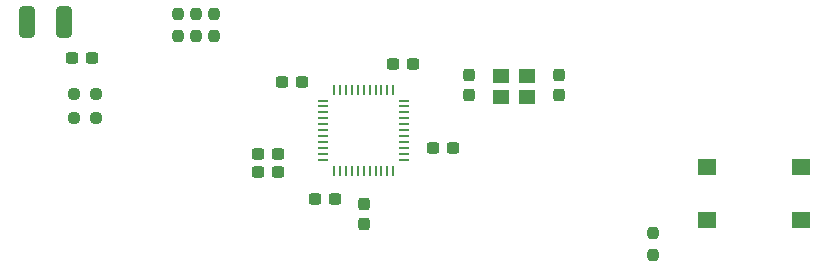
<source format=gtp>
%TF.GenerationSoftware,KiCad,Pcbnew,7.0.7*%
%TF.CreationDate,2023-10-21T14:21:19+02:00*%
%TF.ProjectId,G84-4100,4738342d-3431-4303-902e-6b696361645f,rev?*%
%TF.SameCoordinates,Original*%
%TF.FileFunction,Paste,Top*%
%TF.FilePolarity,Positive*%
%FSLAX46Y46*%
G04 Gerber Fmt 4.6, Leading zero omitted, Abs format (unit mm)*
G04 Created by KiCad (PCBNEW 7.0.7) date 2023-10-21 14:21:19*
%MOMM*%
%LPD*%
G01*
G04 APERTURE LIST*
G04 Aperture macros list*
%AMRoundRect*
0 Rectangle with rounded corners*
0 $1 Rounding radius*
0 $2 $3 $4 $5 $6 $7 $8 $9 X,Y pos of 4 corners*
0 Add a 4 corners polygon primitive as box body*
4,1,4,$2,$3,$4,$5,$6,$7,$8,$9,$2,$3,0*
0 Add four circle primitives for the rounded corners*
1,1,$1+$1,$2,$3*
1,1,$1+$1,$4,$5*
1,1,$1+$1,$6,$7*
1,1,$1+$1,$8,$9*
0 Add four rect primitives between the rounded corners*
20,1,$1+$1,$2,$3,$4,$5,0*
20,1,$1+$1,$4,$5,$6,$7,0*
20,1,$1+$1,$6,$7,$8,$9,0*
20,1,$1+$1,$8,$9,$2,$3,0*%
G04 Aperture macros list end*
%ADD10RoundRect,0.237500X-0.300000X-0.237500X0.300000X-0.237500X0.300000X0.237500X-0.300000X0.237500X0*%
%ADD11RoundRect,0.237500X-0.237500X0.300000X-0.237500X-0.300000X0.237500X-0.300000X0.237500X0.300000X0*%
%ADD12RoundRect,0.237500X-0.237500X0.250000X-0.237500X-0.250000X0.237500X-0.250000X0.237500X0.250000X0*%
%ADD13R,1.600000X1.400000*%
%ADD14R,1.400000X1.200000*%
%ADD15RoundRect,0.237500X0.300000X0.237500X-0.300000X0.237500X-0.300000X-0.237500X0.300000X-0.237500X0*%
%ADD16RoundRect,0.237500X-0.250000X-0.237500X0.250000X-0.237500X0.250000X0.237500X-0.250000X0.237500X0*%
%ADD17RoundRect,0.237500X0.237500X-0.250000X0.237500X0.250000X-0.237500X0.250000X-0.237500X-0.250000X0*%
%ADD18RoundRect,0.250000X-0.400000X-1.075000X0.400000X-1.075000X0.400000X1.075000X-0.400000X1.075000X0*%
%ADD19RoundRect,0.062500X0.062500X-0.375000X0.062500X0.375000X-0.062500X0.375000X-0.062500X-0.375000X0*%
%ADD20RoundRect,0.062500X0.375000X-0.062500X0.375000X0.062500X-0.375000X0.062500X-0.375000X-0.062500X0*%
%ADD21RoundRect,0.237500X0.237500X-0.300000X0.237500X0.300000X-0.237500X0.300000X-0.237500X-0.300000X0*%
G04 APERTURE END LIST*
D10*
%TO.C,C10*%
X156871500Y-68072000D03*
X158596500Y-68072000D03*
%TD*%
D11*
%TO.C,C2*%
X170942000Y-68987500D03*
X170942000Y-70712500D03*
%TD*%
D12*
%TO.C,R3*%
X178919500Y-82399500D03*
X178919500Y-84224500D03*
%TD*%
D13*
%TO.C,SW1*%
X183452000Y-76780000D03*
X191452000Y-76780000D03*
X183452000Y-81280000D03*
X191452000Y-81280000D03*
%TD*%
D14*
%TO.C,Y1*%
X166032000Y-70820000D03*
X168232000Y-70820000D03*
X168232000Y-69120000D03*
X166032000Y-69120000D03*
%TD*%
D15*
%TO.C,C6*%
X151992500Y-79502000D03*
X150267500Y-79502000D03*
%TD*%
D16*
%TO.C,R2*%
X129897500Y-70612000D03*
X131722500Y-70612000D03*
%TD*%
D15*
%TO.C,C5*%
X149198500Y-69596000D03*
X147473500Y-69596000D03*
%TD*%
%TO.C,C4*%
X147166500Y-77216000D03*
X145441500Y-77216000D03*
%TD*%
%TO.C,C11*%
X147166500Y-75692000D03*
X145441500Y-75692000D03*
%TD*%
D10*
%TO.C,C7*%
X160274000Y-75184000D03*
X161999000Y-75184000D03*
%TD*%
D17*
%TO.C,R4*%
X141732000Y-65682500D03*
X141732000Y-63857500D03*
%TD*%
%TO.C,R6*%
X138684000Y-65682500D03*
X138684000Y-63857500D03*
%TD*%
D18*
%TO.C,F1*%
X125958000Y-64516000D03*
X129058000Y-64516000D03*
%TD*%
D16*
%TO.C,R1*%
X129897500Y-72644000D03*
X131722500Y-72644000D03*
%TD*%
D17*
%TO.C,R5*%
X140208000Y-65682500D03*
X140208000Y-63857500D03*
%TD*%
D15*
%TO.C,C8*%
X131418500Y-67564000D03*
X129693500Y-67564000D03*
%TD*%
D19*
%TO.C,U2*%
X151932000Y-77097500D03*
X152432000Y-77097500D03*
X152932000Y-77097500D03*
X153432000Y-77097500D03*
X153932000Y-77097500D03*
X154432000Y-77097500D03*
X154932000Y-77097500D03*
X155432000Y-77097500D03*
X155932000Y-77097500D03*
X156432000Y-77097500D03*
X156932000Y-77097500D03*
D20*
X157869500Y-76160000D03*
X157869500Y-75660000D03*
X157869500Y-75160000D03*
X157869500Y-74660000D03*
X157869500Y-74160000D03*
X157869500Y-73660000D03*
X157869500Y-73160000D03*
X157869500Y-72660000D03*
X157869500Y-72160000D03*
X157869500Y-71660000D03*
X157869500Y-71160000D03*
D19*
X156932000Y-70222500D03*
X156432000Y-70222500D03*
X155932000Y-70222500D03*
X155432000Y-70222500D03*
X154932000Y-70222500D03*
X154432000Y-70222500D03*
X153932000Y-70222500D03*
X153432000Y-70222500D03*
X152932000Y-70222500D03*
X152432000Y-70222500D03*
X151932000Y-70222500D03*
D20*
X150994500Y-71160000D03*
X150994500Y-71660000D03*
X150994500Y-72160000D03*
X150994500Y-72660000D03*
X150994500Y-73160000D03*
X150994500Y-73660000D03*
X150994500Y-74160000D03*
X150994500Y-74660000D03*
X150994500Y-75160000D03*
X150994500Y-75660000D03*
X150994500Y-76160000D03*
%TD*%
D11*
%TO.C,C3*%
X154432000Y-79909500D03*
X154432000Y-81634500D03*
%TD*%
D21*
%TO.C,C1*%
X163322000Y-70712500D03*
X163322000Y-68987500D03*
%TD*%
M02*

</source>
